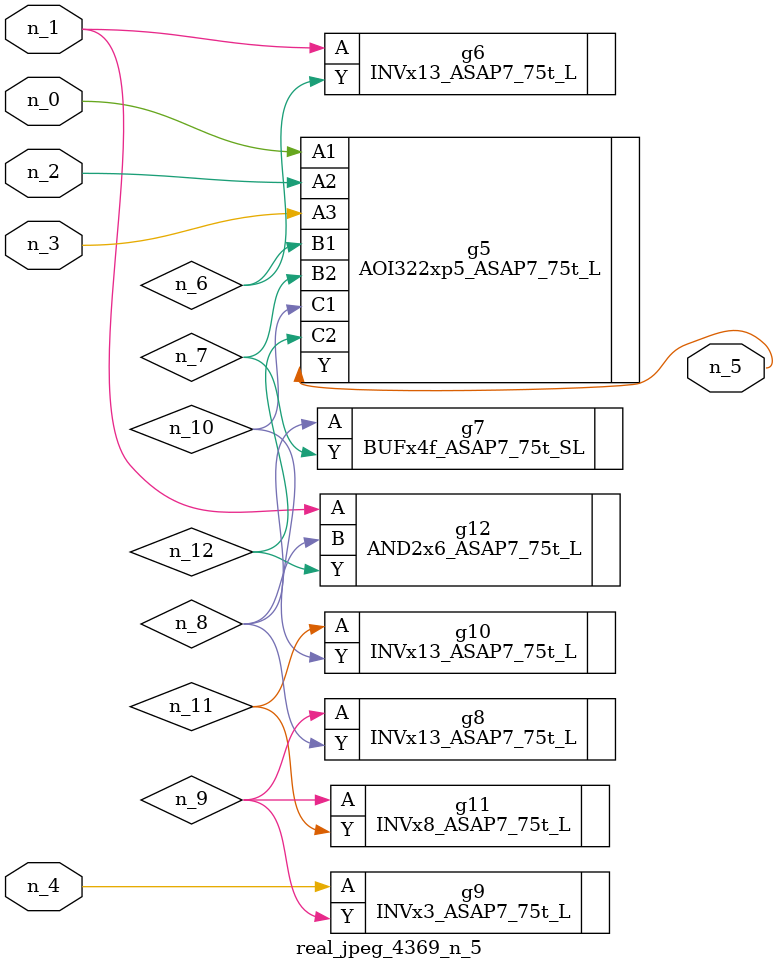
<source format=v>
module real_jpeg_4369_n_5 (n_4, n_0, n_1, n_2, n_3, n_5);

input n_4;
input n_0;
input n_1;
input n_2;
input n_3;

output n_5;

wire n_12;
wire n_8;
wire n_11;
wire n_6;
wire n_7;
wire n_10;
wire n_9;

AOI322xp5_ASAP7_75t_L g5 ( 
.A1(n_0),
.A2(n_2),
.A3(n_3),
.B1(n_6),
.B2(n_7),
.C1(n_10),
.C2(n_12),
.Y(n_5)
);

INVx13_ASAP7_75t_L g6 ( 
.A(n_1),
.Y(n_6)
);

AND2x6_ASAP7_75t_L g12 ( 
.A(n_1),
.B(n_8),
.Y(n_12)
);

INVx3_ASAP7_75t_L g9 ( 
.A(n_4),
.Y(n_9)
);

BUFx4f_ASAP7_75t_SL g7 ( 
.A(n_8),
.Y(n_7)
);

INVx13_ASAP7_75t_L g8 ( 
.A(n_9),
.Y(n_8)
);

INVx8_ASAP7_75t_L g11 ( 
.A(n_9),
.Y(n_11)
);

INVx13_ASAP7_75t_L g10 ( 
.A(n_11),
.Y(n_10)
);


endmodule
</source>
